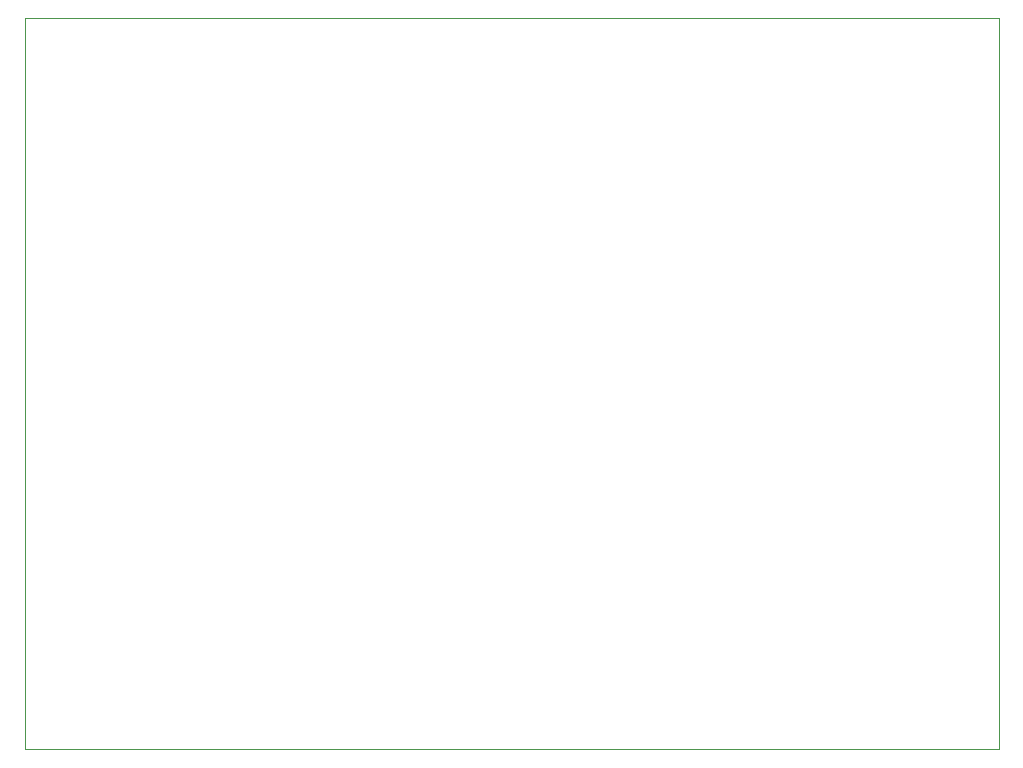
<source format=gbp>
%TF.GenerationSoftware,KiCad,Pcbnew,9.0.6-9.0.6~ubuntu22.04.1*%
%TF.CreationDate,2025-12-08T20:59:36+04:00*%
%TF.ProjectId,HackPad,4861636b-5061-4642-9e6b-696361645f70,rev?*%
%TF.SameCoordinates,Original*%
%TF.FileFunction,Paste,Bot*%
%TF.FilePolarity,Positive*%
%FSLAX46Y46*%
G04 Gerber Fmt 4.6, Leading zero omitted, Abs format (unit mm)*
G04 Created by KiCad (PCBNEW 9.0.6-9.0.6~ubuntu22.04.1) date 2025-12-08 20:59:36*
%MOMM*%
%LPD*%
G01*
G04 APERTURE LIST*
%TA.AperFunction,Profile*%
%ADD10C,0.050000*%
%TD*%
G04 APERTURE END LIST*
D10*
X36587932Y-26193750D02*
X119062500Y-26193750D01*
X119062500Y-88106250D01*
X36587932Y-88106250D01*
X36587932Y-26193750D01*
M02*

</source>
